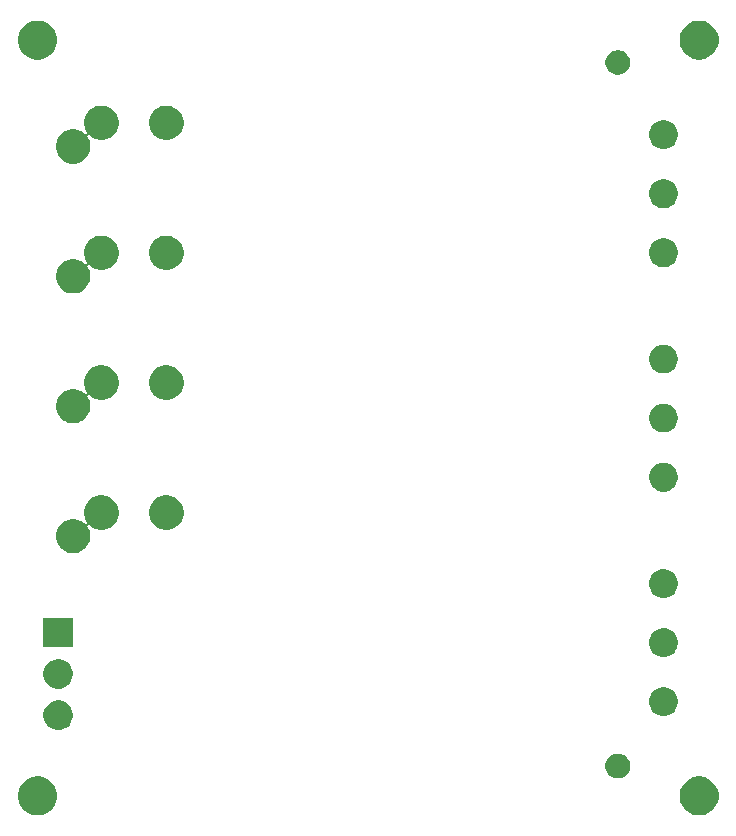
<source format=gbr>
G04 #@! TF.GenerationSoftware,KiCad,Pcbnew,5.1.5+dfsg1-2build2*
G04 #@! TF.CreationDate,2021-06-08T18:26:39-05:00*
G04 #@! TF.ProjectId,3inaudiomixer,33696e61-7564-4696-9f6d-697865722e6b,rev?*
G04 #@! TF.SameCoordinates,Original*
G04 #@! TF.FileFunction,Soldermask,Bot*
G04 #@! TF.FilePolarity,Negative*
%FSLAX46Y46*%
G04 Gerber Fmt 4.6, Leading zero omitted, Abs format (unit mm)*
G04 Created by KiCad (PCBNEW 5.1.5+dfsg1-2build2) date 2021-06-08 18:26:39*
%MOMM*%
%LPD*%
G04 APERTURE LIST*
%ADD10C,0.100000*%
G04 APERTURE END LIST*
D10*
G36*
X173363361Y-109388932D02*
G01*
X173481579Y-109412447D01*
X173782042Y-109536903D01*
X174052451Y-109717585D01*
X174282415Y-109947549D01*
X174463097Y-110217958D01*
X174587553Y-110518421D01*
X174651000Y-110837391D01*
X174651000Y-111162609D01*
X174587553Y-111481579D01*
X174463097Y-111782042D01*
X174282415Y-112052451D01*
X174052451Y-112282415D01*
X173782042Y-112463097D01*
X173481579Y-112587553D01*
X173375256Y-112608702D01*
X173162611Y-112651000D01*
X172837389Y-112651000D01*
X172624744Y-112608702D01*
X172518421Y-112587553D01*
X172217958Y-112463097D01*
X171947549Y-112282415D01*
X171717585Y-112052451D01*
X171536903Y-111782042D01*
X171412447Y-111481579D01*
X171349000Y-111162609D01*
X171349000Y-110837391D01*
X171412447Y-110518421D01*
X171536903Y-110217958D01*
X171717585Y-109947549D01*
X171947549Y-109717585D01*
X172217958Y-109536903D01*
X172518421Y-109412447D01*
X172636639Y-109388932D01*
X172837389Y-109349000D01*
X173162611Y-109349000D01*
X173363361Y-109388932D01*
G37*
G36*
X117363361Y-109388932D02*
G01*
X117481579Y-109412447D01*
X117782042Y-109536903D01*
X118052451Y-109717585D01*
X118282415Y-109947549D01*
X118463097Y-110217958D01*
X118587553Y-110518421D01*
X118651000Y-110837391D01*
X118651000Y-111162609D01*
X118587553Y-111481579D01*
X118463097Y-111782042D01*
X118282415Y-112052451D01*
X118052451Y-112282415D01*
X117782042Y-112463097D01*
X117481579Y-112587553D01*
X117375256Y-112608702D01*
X117162611Y-112651000D01*
X116837389Y-112651000D01*
X116624744Y-112608702D01*
X116518421Y-112587553D01*
X116217958Y-112463097D01*
X115947549Y-112282415D01*
X115717585Y-112052451D01*
X115536903Y-111782042D01*
X115412447Y-111481579D01*
X115349000Y-111162609D01*
X115349000Y-110837391D01*
X115412447Y-110518421D01*
X115536903Y-110217958D01*
X115717585Y-109947549D01*
X115947549Y-109717585D01*
X116217958Y-109536903D01*
X116518421Y-109412447D01*
X116636639Y-109388932D01*
X116837389Y-109349000D01*
X117162611Y-109349000D01*
X117363361Y-109388932D01*
G37*
G36*
X166422416Y-107447879D02*
G01*
X166613592Y-107527067D01*
X166613594Y-107527068D01*
X166785648Y-107642031D01*
X166931969Y-107788352D01*
X167046933Y-107960408D01*
X167126121Y-108151584D01*
X167166490Y-108354534D01*
X167166490Y-108561466D01*
X167126121Y-108764416D01*
X167046933Y-108955592D01*
X167046932Y-108955594D01*
X166931969Y-109127648D01*
X166785648Y-109273969D01*
X166613594Y-109388932D01*
X166613593Y-109388933D01*
X166613592Y-109388933D01*
X166422416Y-109468121D01*
X166219466Y-109508490D01*
X166012534Y-109508490D01*
X165809584Y-109468121D01*
X165618408Y-109388933D01*
X165618407Y-109388933D01*
X165618406Y-109388932D01*
X165446352Y-109273969D01*
X165300031Y-109127648D01*
X165185068Y-108955594D01*
X165185067Y-108955592D01*
X165105879Y-108764416D01*
X165065510Y-108561466D01*
X165065510Y-108354534D01*
X165105879Y-108151584D01*
X165185067Y-107960408D01*
X165300031Y-107788352D01*
X165446352Y-107642031D01*
X165618406Y-107527068D01*
X165618408Y-107527067D01*
X165809584Y-107447879D01*
X166012534Y-107407510D01*
X166219466Y-107407510D01*
X166422416Y-107447879D01*
G37*
G36*
X119109903Y-102952075D02*
G01*
X119337571Y-103046378D01*
X119542466Y-103183285D01*
X119716715Y-103357534D01*
X119716716Y-103357536D01*
X119853623Y-103562431D01*
X119860221Y-103578360D01*
X119947925Y-103790097D01*
X119996000Y-104031787D01*
X119996000Y-104278213D01*
X119947925Y-104519903D01*
X119853622Y-104747571D01*
X119716715Y-104952466D01*
X119542466Y-105126715D01*
X119337571Y-105263622D01*
X119337570Y-105263623D01*
X119337569Y-105263623D01*
X119109903Y-105357925D01*
X118868214Y-105406000D01*
X118621786Y-105406000D01*
X118380097Y-105357925D01*
X118152431Y-105263623D01*
X118152430Y-105263623D01*
X118152429Y-105263622D01*
X117947534Y-105126715D01*
X117773285Y-104952466D01*
X117636378Y-104747571D01*
X117542075Y-104519903D01*
X117494000Y-104278213D01*
X117494000Y-104031787D01*
X117542075Y-103790097D01*
X117629779Y-103578360D01*
X117636377Y-103562431D01*
X117773284Y-103357536D01*
X117773285Y-103357534D01*
X117947534Y-103183285D01*
X118152429Y-103046378D01*
X118380097Y-102952075D01*
X118621786Y-102904000D01*
X118868214Y-102904000D01*
X119109903Y-102952075D01*
G37*
G36*
X170356153Y-101825922D02*
G01*
X170433414Y-101857925D01*
X170578359Y-101917963D01*
X170778342Y-102051587D01*
X170948413Y-102221658D01*
X171082037Y-102421641D01*
X171174078Y-102643848D01*
X171221000Y-102879741D01*
X171221000Y-103120259D01*
X171174078Y-103356152D01*
X171082037Y-103578359D01*
X170948413Y-103778342D01*
X170778342Y-103948413D01*
X170578359Y-104082037D01*
X170448194Y-104135953D01*
X170356153Y-104174078D01*
X170120259Y-104221000D01*
X169879741Y-104221000D01*
X169643847Y-104174078D01*
X169551806Y-104135953D01*
X169421641Y-104082037D01*
X169221658Y-103948413D01*
X169051587Y-103778342D01*
X168917963Y-103578359D01*
X168825922Y-103356152D01*
X168779000Y-103120259D01*
X168779000Y-102879741D01*
X168825922Y-102643848D01*
X168917963Y-102421641D01*
X169051587Y-102221658D01*
X169221658Y-102051587D01*
X169421641Y-101917963D01*
X169566586Y-101857925D01*
X169643847Y-101825922D01*
X169879741Y-101779000D01*
X170120259Y-101779000D01*
X170356153Y-101825922D01*
G37*
G36*
X119109903Y-99452075D02*
G01*
X119337571Y-99546378D01*
X119542466Y-99683285D01*
X119716715Y-99857534D01*
X119853622Y-100062429D01*
X119947925Y-100290097D01*
X119996000Y-100531787D01*
X119996000Y-100778213D01*
X119947925Y-101019903D01*
X119853622Y-101247571D01*
X119716715Y-101452466D01*
X119542466Y-101626715D01*
X119337571Y-101763622D01*
X119337570Y-101763623D01*
X119337569Y-101763623D01*
X119109903Y-101857925D01*
X118868214Y-101906000D01*
X118621786Y-101906000D01*
X118380097Y-101857925D01*
X118152431Y-101763623D01*
X118152430Y-101763623D01*
X118152429Y-101763622D01*
X117947534Y-101626715D01*
X117773285Y-101452466D01*
X117636378Y-101247571D01*
X117542075Y-101019903D01*
X117494000Y-100778213D01*
X117494000Y-100531787D01*
X117542075Y-100290097D01*
X117636378Y-100062429D01*
X117773285Y-99857534D01*
X117947534Y-99683285D01*
X118152429Y-99546378D01*
X118380097Y-99452075D01*
X118621786Y-99404000D01*
X118868214Y-99404000D01*
X119109903Y-99452075D01*
G37*
G36*
X170238205Y-96802461D02*
G01*
X170356153Y-96825922D01*
X170448194Y-96864047D01*
X170578359Y-96917963D01*
X170778342Y-97051587D01*
X170948413Y-97221658D01*
X171082037Y-97421641D01*
X171135953Y-97551806D01*
X171174078Y-97643847D01*
X171221000Y-97879742D01*
X171221000Y-98120258D01*
X171174078Y-98356153D01*
X171135953Y-98448194D01*
X171082037Y-98578359D01*
X170948413Y-98778342D01*
X170778342Y-98948413D01*
X170578359Y-99082037D01*
X170448194Y-99135953D01*
X170356153Y-99174078D01*
X170120259Y-99221000D01*
X169879741Y-99221000D01*
X169643847Y-99174078D01*
X169551806Y-99135953D01*
X169421641Y-99082037D01*
X169221658Y-98948413D01*
X169051587Y-98778342D01*
X168917963Y-98578359D01*
X168864047Y-98448194D01*
X168825922Y-98356153D01*
X168779000Y-98120258D01*
X168779000Y-97879742D01*
X168825922Y-97643847D01*
X168864047Y-97551806D01*
X168917963Y-97421641D01*
X169051587Y-97221658D01*
X169221658Y-97051587D01*
X169421641Y-96917963D01*
X169551806Y-96864047D01*
X169643847Y-96825922D01*
X169879741Y-96779000D01*
X170120259Y-96779000D01*
X170238205Y-96802461D01*
G37*
G36*
X119996000Y-98406000D02*
G01*
X117494000Y-98406000D01*
X117494000Y-95904000D01*
X119996000Y-95904000D01*
X119996000Y-98406000D01*
G37*
G36*
X170356153Y-91825922D02*
G01*
X170448194Y-91864047D01*
X170578359Y-91917963D01*
X170778342Y-92051587D01*
X170948413Y-92221658D01*
X171082037Y-92421641D01*
X171174078Y-92643848D01*
X171221000Y-92879741D01*
X171221000Y-93120259D01*
X171174078Y-93356152D01*
X171082037Y-93578359D01*
X170948413Y-93778342D01*
X170778342Y-93948413D01*
X170578359Y-94082037D01*
X170448194Y-94135953D01*
X170356153Y-94174078D01*
X170238205Y-94197539D01*
X170120259Y-94221000D01*
X169879741Y-94221000D01*
X169761795Y-94197539D01*
X169643847Y-94174078D01*
X169551806Y-94135953D01*
X169421641Y-94082037D01*
X169221658Y-93948413D01*
X169051587Y-93778342D01*
X168917963Y-93578359D01*
X168825922Y-93356152D01*
X168779000Y-93120259D01*
X168779000Y-92879741D01*
X168825922Y-92643848D01*
X168917963Y-92421641D01*
X169051587Y-92221658D01*
X169221658Y-92051587D01*
X169421641Y-91917963D01*
X169551806Y-91864047D01*
X169643847Y-91825922D01*
X169761795Y-91802461D01*
X169879741Y-91779000D01*
X170120259Y-91779000D01*
X170356153Y-91825922D01*
G37*
G36*
X122823241Y-85604760D02*
G01*
X123087305Y-85714139D01*
X123324958Y-85872934D01*
X123527066Y-86075042D01*
X123685861Y-86312695D01*
X123795240Y-86576759D01*
X123851000Y-86857088D01*
X123851000Y-87142912D01*
X123795240Y-87423241D01*
X123685861Y-87687305D01*
X123527066Y-87924958D01*
X123324958Y-88127066D01*
X123087305Y-88285861D01*
X122823241Y-88395240D01*
X122542912Y-88451000D01*
X122257088Y-88451000D01*
X121976759Y-88395240D01*
X121712695Y-88285861D01*
X121475042Y-88127066D01*
X121428535Y-88080559D01*
X121409593Y-88065014D01*
X121387982Y-88053463D01*
X121364533Y-88046350D01*
X121340147Y-88043948D01*
X121315761Y-88046350D01*
X121292312Y-88053463D01*
X121270701Y-88065014D01*
X121251759Y-88080559D01*
X121236214Y-88099501D01*
X121224663Y-88121112D01*
X121217550Y-88144561D01*
X121215148Y-88168947D01*
X121217550Y-88193333D01*
X121224663Y-88216782D01*
X121236214Y-88238393D01*
X121285861Y-88312695D01*
X121395240Y-88576759D01*
X121451000Y-88857088D01*
X121451000Y-89142912D01*
X121395240Y-89423241D01*
X121285861Y-89687305D01*
X121127066Y-89924958D01*
X120924958Y-90127066D01*
X120687305Y-90285861D01*
X120423241Y-90395240D01*
X120142912Y-90451000D01*
X119857088Y-90451000D01*
X119576759Y-90395240D01*
X119312695Y-90285861D01*
X119075042Y-90127066D01*
X118872934Y-89924958D01*
X118714139Y-89687305D01*
X118604760Y-89423241D01*
X118549000Y-89142912D01*
X118549000Y-88857088D01*
X118604760Y-88576759D01*
X118714139Y-88312695D01*
X118872934Y-88075042D01*
X119075042Y-87872934D01*
X119312695Y-87714139D01*
X119576759Y-87604760D01*
X119857088Y-87549000D01*
X120142912Y-87549000D01*
X120423241Y-87604760D01*
X120687305Y-87714139D01*
X120924958Y-87872934D01*
X120971465Y-87919441D01*
X120990407Y-87934986D01*
X121012018Y-87946537D01*
X121035467Y-87953650D01*
X121059853Y-87956052D01*
X121084239Y-87953650D01*
X121107688Y-87946537D01*
X121129299Y-87934986D01*
X121148241Y-87919441D01*
X121163786Y-87900499D01*
X121175337Y-87878888D01*
X121182450Y-87855439D01*
X121184852Y-87831053D01*
X121182450Y-87806667D01*
X121175337Y-87783218D01*
X121163786Y-87761607D01*
X121114139Y-87687305D01*
X121004760Y-87423241D01*
X120949000Y-87142912D01*
X120949000Y-86857088D01*
X121004760Y-86576759D01*
X121114139Y-86312695D01*
X121272934Y-86075042D01*
X121475042Y-85872934D01*
X121712695Y-85714139D01*
X121976759Y-85604760D01*
X122257088Y-85549000D01*
X122542912Y-85549000D01*
X122823241Y-85604760D01*
G37*
G36*
X128323241Y-85604760D02*
G01*
X128587305Y-85714139D01*
X128824958Y-85872934D01*
X129027066Y-86075042D01*
X129185861Y-86312695D01*
X129295240Y-86576759D01*
X129351000Y-86857088D01*
X129351000Y-87142912D01*
X129295240Y-87423241D01*
X129185861Y-87687305D01*
X129027066Y-87924958D01*
X128824958Y-88127066D01*
X128587305Y-88285861D01*
X128323241Y-88395240D01*
X128042912Y-88451000D01*
X127757088Y-88451000D01*
X127476759Y-88395240D01*
X127212695Y-88285861D01*
X126975042Y-88127066D01*
X126772934Y-87924958D01*
X126614139Y-87687305D01*
X126504760Y-87423241D01*
X126449000Y-87142912D01*
X126449000Y-86857088D01*
X126504760Y-86576759D01*
X126614139Y-86312695D01*
X126772934Y-86075042D01*
X126975042Y-85872934D01*
X127212695Y-85714139D01*
X127476759Y-85604760D01*
X127757088Y-85549000D01*
X128042912Y-85549000D01*
X128323241Y-85604760D01*
G37*
G36*
X170238205Y-82802461D02*
G01*
X170356153Y-82825922D01*
X170448194Y-82864047D01*
X170578359Y-82917963D01*
X170778342Y-83051587D01*
X170948413Y-83221658D01*
X171082037Y-83421641D01*
X171174078Y-83643848D01*
X171221000Y-83879741D01*
X171221000Y-84120259D01*
X171174078Y-84356152D01*
X171082037Y-84578359D01*
X170948413Y-84778342D01*
X170778342Y-84948413D01*
X170578359Y-85082037D01*
X170448194Y-85135953D01*
X170356153Y-85174078D01*
X170120259Y-85221000D01*
X169879741Y-85221000D01*
X169643847Y-85174078D01*
X169551806Y-85135953D01*
X169421641Y-85082037D01*
X169221658Y-84948413D01*
X169051587Y-84778342D01*
X168917963Y-84578359D01*
X168825922Y-84356152D01*
X168779000Y-84120259D01*
X168779000Y-83879741D01*
X168825922Y-83643848D01*
X168917963Y-83421641D01*
X169051587Y-83221658D01*
X169221658Y-83051587D01*
X169421641Y-82917963D01*
X169551806Y-82864047D01*
X169643847Y-82825922D01*
X169879741Y-82779000D01*
X170120259Y-82779000D01*
X170238205Y-82802461D01*
G37*
G36*
X170238205Y-77802461D02*
G01*
X170356153Y-77825922D01*
X170431394Y-77857088D01*
X170578359Y-77917963D01*
X170778342Y-78051587D01*
X170948413Y-78221658D01*
X171082037Y-78421641D01*
X171174078Y-78643848D01*
X171221000Y-78879741D01*
X171221000Y-79120259D01*
X171174078Y-79356152D01*
X171082037Y-79578359D01*
X170948413Y-79778342D01*
X170778342Y-79948413D01*
X170578359Y-80082037D01*
X170448194Y-80135953D01*
X170356153Y-80174078D01*
X170238205Y-80197539D01*
X170120259Y-80221000D01*
X169879741Y-80221000D01*
X169761795Y-80197539D01*
X169643847Y-80174078D01*
X169551806Y-80135953D01*
X169421641Y-80082037D01*
X169221658Y-79948413D01*
X169051587Y-79778342D01*
X168917963Y-79578359D01*
X168825922Y-79356152D01*
X168779000Y-79120259D01*
X168779000Y-78879741D01*
X168825922Y-78643848D01*
X168917963Y-78421641D01*
X169051587Y-78221658D01*
X169221658Y-78051587D01*
X169421641Y-77917963D01*
X169568606Y-77857088D01*
X169643847Y-77825922D01*
X169761795Y-77802461D01*
X169879741Y-77779000D01*
X170120259Y-77779000D01*
X170238205Y-77802461D01*
G37*
G36*
X122823241Y-74604760D02*
G01*
X123087305Y-74714139D01*
X123324958Y-74872934D01*
X123527066Y-75075042D01*
X123685861Y-75312695D01*
X123795240Y-75576759D01*
X123851000Y-75857088D01*
X123851000Y-76142912D01*
X123795240Y-76423241D01*
X123685861Y-76687305D01*
X123527066Y-76924958D01*
X123324958Y-77127066D01*
X123087305Y-77285861D01*
X122823241Y-77395240D01*
X122542912Y-77451000D01*
X122257088Y-77451000D01*
X121976759Y-77395240D01*
X121712695Y-77285861D01*
X121475042Y-77127066D01*
X121428535Y-77080559D01*
X121409593Y-77065014D01*
X121387982Y-77053463D01*
X121364533Y-77046350D01*
X121340147Y-77043948D01*
X121315761Y-77046350D01*
X121292312Y-77053463D01*
X121270701Y-77065014D01*
X121251759Y-77080559D01*
X121236214Y-77099501D01*
X121224663Y-77121112D01*
X121217550Y-77144561D01*
X121215148Y-77168947D01*
X121217550Y-77193333D01*
X121224663Y-77216782D01*
X121236214Y-77238393D01*
X121285861Y-77312695D01*
X121395240Y-77576759D01*
X121451000Y-77857088D01*
X121451000Y-78142912D01*
X121395240Y-78423241D01*
X121285861Y-78687305D01*
X121127066Y-78924958D01*
X120924958Y-79127066D01*
X120687305Y-79285861D01*
X120423241Y-79395240D01*
X120142912Y-79451000D01*
X119857088Y-79451000D01*
X119576759Y-79395240D01*
X119312695Y-79285861D01*
X119075042Y-79127066D01*
X118872934Y-78924958D01*
X118714139Y-78687305D01*
X118604760Y-78423241D01*
X118549000Y-78142912D01*
X118549000Y-77857088D01*
X118604760Y-77576759D01*
X118714139Y-77312695D01*
X118872934Y-77075042D01*
X119075042Y-76872934D01*
X119312695Y-76714139D01*
X119576759Y-76604760D01*
X119857088Y-76549000D01*
X120142912Y-76549000D01*
X120423241Y-76604760D01*
X120687305Y-76714139D01*
X120924958Y-76872934D01*
X120971465Y-76919441D01*
X120990407Y-76934986D01*
X121012018Y-76946537D01*
X121035467Y-76953650D01*
X121059853Y-76956052D01*
X121084239Y-76953650D01*
X121107688Y-76946537D01*
X121129299Y-76934986D01*
X121148241Y-76919441D01*
X121163786Y-76900499D01*
X121175337Y-76878888D01*
X121182450Y-76855439D01*
X121184852Y-76831053D01*
X121182450Y-76806667D01*
X121175337Y-76783218D01*
X121163786Y-76761607D01*
X121114139Y-76687305D01*
X121004760Y-76423241D01*
X120949000Y-76142912D01*
X120949000Y-75857088D01*
X121004760Y-75576759D01*
X121114139Y-75312695D01*
X121272934Y-75075042D01*
X121475042Y-74872934D01*
X121712695Y-74714139D01*
X121976759Y-74604760D01*
X122257088Y-74549000D01*
X122542912Y-74549000D01*
X122823241Y-74604760D01*
G37*
G36*
X128323241Y-74604760D02*
G01*
X128587305Y-74714139D01*
X128824958Y-74872934D01*
X129027066Y-75075042D01*
X129185861Y-75312695D01*
X129295240Y-75576759D01*
X129351000Y-75857088D01*
X129351000Y-76142912D01*
X129295240Y-76423241D01*
X129185861Y-76687305D01*
X129027066Y-76924958D01*
X128824958Y-77127066D01*
X128587305Y-77285861D01*
X128323241Y-77395240D01*
X128042912Y-77451000D01*
X127757088Y-77451000D01*
X127476759Y-77395240D01*
X127212695Y-77285861D01*
X126975042Y-77127066D01*
X126772934Y-76924958D01*
X126614139Y-76687305D01*
X126504760Y-76423241D01*
X126449000Y-76142912D01*
X126449000Y-75857088D01*
X126504760Y-75576759D01*
X126614139Y-75312695D01*
X126772934Y-75075042D01*
X126975042Y-74872934D01*
X127212695Y-74714139D01*
X127476759Y-74604760D01*
X127757088Y-74549000D01*
X128042912Y-74549000D01*
X128323241Y-74604760D01*
G37*
G36*
X170356153Y-72825922D02*
G01*
X170448194Y-72864047D01*
X170578359Y-72917963D01*
X170778342Y-73051587D01*
X170948413Y-73221658D01*
X171082037Y-73421641D01*
X171174078Y-73643848D01*
X171221000Y-73879741D01*
X171221000Y-74120259D01*
X171174078Y-74356152D01*
X171082037Y-74578359D01*
X170948413Y-74778342D01*
X170778342Y-74948413D01*
X170578359Y-75082037D01*
X170448194Y-75135953D01*
X170356153Y-75174078D01*
X170120259Y-75221000D01*
X169879741Y-75221000D01*
X169643847Y-75174078D01*
X169551806Y-75135953D01*
X169421641Y-75082037D01*
X169221658Y-74948413D01*
X169051587Y-74778342D01*
X168917963Y-74578359D01*
X168825922Y-74356152D01*
X168779000Y-74120259D01*
X168779000Y-73879741D01*
X168825922Y-73643848D01*
X168917963Y-73421641D01*
X169051587Y-73221658D01*
X169221658Y-73051587D01*
X169421641Y-72917963D01*
X169551806Y-72864047D01*
X169643847Y-72825922D01*
X169879741Y-72779000D01*
X170120259Y-72779000D01*
X170356153Y-72825922D01*
G37*
G36*
X122823241Y-63604760D02*
G01*
X123087305Y-63714139D01*
X123324958Y-63872934D01*
X123527066Y-64075042D01*
X123685861Y-64312695D01*
X123795240Y-64576759D01*
X123851000Y-64857088D01*
X123851000Y-65142912D01*
X123795240Y-65423241D01*
X123685861Y-65687305D01*
X123527066Y-65924958D01*
X123324958Y-66127066D01*
X123087305Y-66285861D01*
X122823241Y-66395240D01*
X122542912Y-66451000D01*
X122257088Y-66451000D01*
X121976759Y-66395240D01*
X121712695Y-66285861D01*
X121475042Y-66127066D01*
X121428535Y-66080559D01*
X121409593Y-66065014D01*
X121387982Y-66053463D01*
X121364533Y-66046350D01*
X121340147Y-66043948D01*
X121315761Y-66046350D01*
X121292312Y-66053463D01*
X121270701Y-66065014D01*
X121251759Y-66080559D01*
X121236214Y-66099501D01*
X121224663Y-66121112D01*
X121217550Y-66144561D01*
X121215148Y-66168947D01*
X121217550Y-66193333D01*
X121224663Y-66216782D01*
X121236214Y-66238393D01*
X121285861Y-66312695D01*
X121395240Y-66576759D01*
X121451000Y-66857088D01*
X121451000Y-67142912D01*
X121395240Y-67423241D01*
X121285861Y-67687305D01*
X121127066Y-67924958D01*
X120924958Y-68127066D01*
X120687305Y-68285861D01*
X120423241Y-68395240D01*
X120142912Y-68451000D01*
X119857088Y-68451000D01*
X119576759Y-68395240D01*
X119312695Y-68285861D01*
X119075042Y-68127066D01*
X118872934Y-67924958D01*
X118714139Y-67687305D01*
X118604760Y-67423241D01*
X118549000Y-67142912D01*
X118549000Y-66857088D01*
X118604760Y-66576759D01*
X118714139Y-66312695D01*
X118872934Y-66075042D01*
X119075042Y-65872934D01*
X119312695Y-65714139D01*
X119576759Y-65604760D01*
X119857088Y-65549000D01*
X120142912Y-65549000D01*
X120423241Y-65604760D01*
X120687305Y-65714139D01*
X120924958Y-65872934D01*
X120971465Y-65919441D01*
X120990407Y-65934986D01*
X121012018Y-65946537D01*
X121035467Y-65953650D01*
X121059853Y-65956052D01*
X121084239Y-65953650D01*
X121107688Y-65946537D01*
X121129299Y-65934986D01*
X121148241Y-65919441D01*
X121163786Y-65900499D01*
X121175337Y-65878888D01*
X121182450Y-65855439D01*
X121184852Y-65831053D01*
X121182450Y-65806667D01*
X121175337Y-65783218D01*
X121163786Y-65761607D01*
X121114139Y-65687305D01*
X121004760Y-65423241D01*
X120949000Y-65142912D01*
X120949000Y-64857088D01*
X121004760Y-64576759D01*
X121114139Y-64312695D01*
X121272934Y-64075042D01*
X121475042Y-63872934D01*
X121712695Y-63714139D01*
X121976759Y-63604760D01*
X122257088Y-63549000D01*
X122542912Y-63549000D01*
X122823241Y-63604760D01*
G37*
G36*
X128323241Y-63604760D02*
G01*
X128587305Y-63714139D01*
X128824958Y-63872934D01*
X129027066Y-64075042D01*
X129185861Y-64312695D01*
X129295240Y-64576759D01*
X129351000Y-64857088D01*
X129351000Y-65142912D01*
X129295240Y-65423241D01*
X129185861Y-65687305D01*
X129027066Y-65924958D01*
X128824958Y-66127066D01*
X128587305Y-66285861D01*
X128323241Y-66395240D01*
X128042912Y-66451000D01*
X127757088Y-66451000D01*
X127476759Y-66395240D01*
X127212695Y-66285861D01*
X126975042Y-66127066D01*
X126772934Y-65924958D01*
X126614139Y-65687305D01*
X126504760Y-65423241D01*
X126449000Y-65142912D01*
X126449000Y-64857088D01*
X126504760Y-64576759D01*
X126614139Y-64312695D01*
X126772934Y-64075042D01*
X126975042Y-63872934D01*
X127212695Y-63714139D01*
X127476759Y-63604760D01*
X127757088Y-63549000D01*
X128042912Y-63549000D01*
X128323241Y-63604760D01*
G37*
G36*
X170356153Y-63825922D02*
G01*
X170448194Y-63864047D01*
X170578359Y-63917963D01*
X170778342Y-64051587D01*
X170948413Y-64221658D01*
X171082037Y-64421641D01*
X171174078Y-64643848D01*
X171221000Y-64879741D01*
X171221000Y-65120259D01*
X171174078Y-65356152D01*
X171082037Y-65578359D01*
X170948413Y-65778342D01*
X170778342Y-65948413D01*
X170578359Y-66082037D01*
X170469649Y-66127066D01*
X170356153Y-66174078D01*
X170259351Y-66193333D01*
X170120259Y-66221000D01*
X169879741Y-66221000D01*
X169740649Y-66193333D01*
X169643847Y-66174078D01*
X169530351Y-66127066D01*
X169421641Y-66082037D01*
X169221658Y-65948413D01*
X169051587Y-65778342D01*
X168917963Y-65578359D01*
X168825922Y-65356152D01*
X168779000Y-65120259D01*
X168779000Y-64879741D01*
X168825922Y-64643848D01*
X168917963Y-64421641D01*
X169051587Y-64221658D01*
X169221658Y-64051587D01*
X169421641Y-63917963D01*
X169551806Y-63864047D01*
X169643847Y-63825922D01*
X169879741Y-63779000D01*
X170120259Y-63779000D01*
X170356153Y-63825922D01*
G37*
G36*
X170356153Y-58825922D02*
G01*
X170448194Y-58864047D01*
X170578359Y-58917963D01*
X170778342Y-59051587D01*
X170948413Y-59221658D01*
X171082037Y-59421641D01*
X171174078Y-59643848D01*
X171221000Y-59879741D01*
X171221000Y-60120259D01*
X171174078Y-60356152D01*
X171082037Y-60578359D01*
X170948413Y-60778342D01*
X170778342Y-60948413D01*
X170578359Y-61082037D01*
X170448194Y-61135953D01*
X170356153Y-61174078D01*
X170238205Y-61197539D01*
X170120259Y-61221000D01*
X169879741Y-61221000D01*
X169761795Y-61197539D01*
X169643847Y-61174078D01*
X169551806Y-61135953D01*
X169421641Y-61082037D01*
X169221658Y-60948413D01*
X169051587Y-60778342D01*
X168917963Y-60578359D01*
X168825922Y-60356152D01*
X168779000Y-60120259D01*
X168779000Y-59879741D01*
X168825922Y-59643848D01*
X168917963Y-59421641D01*
X169051587Y-59221658D01*
X169221658Y-59051587D01*
X169421641Y-58917963D01*
X169551806Y-58864047D01*
X169643847Y-58825922D01*
X169879741Y-58779000D01*
X170120259Y-58779000D01*
X170356153Y-58825922D01*
G37*
G36*
X122823241Y-52604760D02*
G01*
X123087305Y-52714139D01*
X123324958Y-52872934D01*
X123527066Y-53075042D01*
X123685861Y-53312695D01*
X123795240Y-53576759D01*
X123851000Y-53857088D01*
X123851000Y-54142912D01*
X123795240Y-54423241D01*
X123685861Y-54687305D01*
X123527066Y-54924958D01*
X123324958Y-55127066D01*
X123087305Y-55285861D01*
X122823241Y-55395240D01*
X122542912Y-55451000D01*
X122257088Y-55451000D01*
X121976759Y-55395240D01*
X121712695Y-55285861D01*
X121475042Y-55127066D01*
X121428535Y-55080559D01*
X121409593Y-55065014D01*
X121387982Y-55053463D01*
X121364533Y-55046350D01*
X121340147Y-55043948D01*
X121315761Y-55046350D01*
X121292312Y-55053463D01*
X121270701Y-55065014D01*
X121251759Y-55080559D01*
X121236214Y-55099501D01*
X121224663Y-55121112D01*
X121217550Y-55144561D01*
X121215148Y-55168947D01*
X121217550Y-55193333D01*
X121224663Y-55216782D01*
X121236214Y-55238393D01*
X121285861Y-55312695D01*
X121395240Y-55576759D01*
X121451000Y-55857088D01*
X121451000Y-56142912D01*
X121395240Y-56423241D01*
X121285861Y-56687305D01*
X121127066Y-56924958D01*
X120924958Y-57127066D01*
X120687305Y-57285861D01*
X120423241Y-57395240D01*
X120142912Y-57451000D01*
X119857088Y-57451000D01*
X119576759Y-57395240D01*
X119312695Y-57285861D01*
X119075042Y-57127066D01*
X118872934Y-56924958D01*
X118714139Y-56687305D01*
X118604760Y-56423241D01*
X118549000Y-56142912D01*
X118549000Y-55857088D01*
X118604760Y-55576759D01*
X118714139Y-55312695D01*
X118872934Y-55075042D01*
X119075042Y-54872934D01*
X119312695Y-54714139D01*
X119576759Y-54604760D01*
X119857088Y-54549000D01*
X120142912Y-54549000D01*
X120423241Y-54604760D01*
X120687305Y-54714139D01*
X120924958Y-54872934D01*
X120971465Y-54919441D01*
X120990407Y-54934986D01*
X121012018Y-54946537D01*
X121035467Y-54953650D01*
X121059853Y-54956052D01*
X121084239Y-54953650D01*
X121107688Y-54946537D01*
X121129299Y-54934986D01*
X121148241Y-54919441D01*
X121163786Y-54900499D01*
X121175337Y-54878888D01*
X121182450Y-54855439D01*
X121184852Y-54831053D01*
X121182450Y-54806667D01*
X121175337Y-54783218D01*
X121163786Y-54761607D01*
X121114139Y-54687305D01*
X121004760Y-54423241D01*
X120949000Y-54142912D01*
X120949000Y-53857088D01*
X121004760Y-53576759D01*
X121114139Y-53312695D01*
X121272934Y-53075042D01*
X121475042Y-52872934D01*
X121712695Y-52714139D01*
X121976759Y-52604760D01*
X122257088Y-52549000D01*
X122542912Y-52549000D01*
X122823241Y-52604760D01*
G37*
G36*
X170356153Y-53825922D02*
G01*
X170431394Y-53857088D01*
X170578359Y-53917963D01*
X170778342Y-54051587D01*
X170948413Y-54221658D01*
X171082037Y-54421641D01*
X171174078Y-54643848D01*
X171221000Y-54879741D01*
X171221000Y-55120259D01*
X171174078Y-55356152D01*
X171082037Y-55578359D01*
X170948413Y-55778342D01*
X170778342Y-55948413D01*
X170578359Y-56082037D01*
X170448194Y-56135953D01*
X170356153Y-56174078D01*
X170238205Y-56197539D01*
X170120259Y-56221000D01*
X169879741Y-56221000D01*
X169761795Y-56197539D01*
X169643847Y-56174078D01*
X169551806Y-56135953D01*
X169421641Y-56082037D01*
X169221658Y-55948413D01*
X169051587Y-55778342D01*
X168917963Y-55578359D01*
X168825922Y-55356152D01*
X168779000Y-55120259D01*
X168779000Y-54879741D01*
X168825922Y-54643848D01*
X168917963Y-54421641D01*
X169051587Y-54221658D01*
X169221658Y-54051587D01*
X169421641Y-53917963D01*
X169568606Y-53857088D01*
X169643847Y-53825922D01*
X169879741Y-53779000D01*
X170120259Y-53779000D01*
X170356153Y-53825922D01*
G37*
G36*
X128323241Y-52604760D02*
G01*
X128587305Y-52714139D01*
X128824958Y-52872934D01*
X129027066Y-53075042D01*
X129185861Y-53312695D01*
X129295240Y-53576759D01*
X129351000Y-53857088D01*
X129351000Y-54142912D01*
X129295240Y-54423241D01*
X129185861Y-54687305D01*
X129027066Y-54924958D01*
X128824958Y-55127066D01*
X128587305Y-55285861D01*
X128323241Y-55395240D01*
X128042912Y-55451000D01*
X127757088Y-55451000D01*
X127476759Y-55395240D01*
X127212695Y-55285861D01*
X126975042Y-55127066D01*
X126772934Y-54924958D01*
X126614139Y-54687305D01*
X126504760Y-54423241D01*
X126449000Y-54142912D01*
X126449000Y-53857088D01*
X126504760Y-53576759D01*
X126614139Y-53312695D01*
X126772934Y-53075042D01*
X126975042Y-52872934D01*
X127212695Y-52714139D01*
X127476759Y-52604760D01*
X127757088Y-52549000D01*
X128042912Y-52549000D01*
X128323241Y-52604760D01*
G37*
G36*
X166422416Y-47884879D02*
G01*
X166613592Y-47964067D01*
X166613594Y-47964068D01*
X166745865Y-48052449D01*
X166785648Y-48079031D01*
X166931969Y-48225352D01*
X167046933Y-48397408D01*
X167126121Y-48588584D01*
X167166490Y-48791534D01*
X167166490Y-48998466D01*
X167126121Y-49201416D01*
X167046933Y-49392592D01*
X167046932Y-49392594D01*
X166931969Y-49564648D01*
X166785648Y-49710969D01*
X166613594Y-49825932D01*
X166613593Y-49825933D01*
X166613592Y-49825933D01*
X166422416Y-49905121D01*
X166219466Y-49945490D01*
X166012534Y-49945490D01*
X165809584Y-49905121D01*
X165618408Y-49825933D01*
X165618407Y-49825933D01*
X165618406Y-49825932D01*
X165446352Y-49710969D01*
X165300031Y-49564648D01*
X165185068Y-49392594D01*
X165185067Y-49392592D01*
X165105879Y-49201416D01*
X165065510Y-48998466D01*
X165065510Y-48791534D01*
X165105879Y-48588584D01*
X165185067Y-48397408D01*
X165300031Y-48225352D01*
X165446352Y-48079031D01*
X165486135Y-48052449D01*
X165618406Y-47964068D01*
X165618408Y-47964067D01*
X165809584Y-47884879D01*
X166012534Y-47844510D01*
X166219466Y-47844510D01*
X166422416Y-47884879D01*
G37*
G36*
X173375256Y-45391298D02*
G01*
X173481579Y-45412447D01*
X173782042Y-45536903D01*
X174052451Y-45717585D01*
X174282415Y-45947549D01*
X174463097Y-46217958D01*
X174587553Y-46518421D01*
X174651000Y-46837391D01*
X174651000Y-47162609D01*
X174587553Y-47481579D01*
X174463097Y-47782042D01*
X174282415Y-48052451D01*
X174052451Y-48282415D01*
X173782042Y-48463097D01*
X173481579Y-48587553D01*
X173375256Y-48608702D01*
X173162611Y-48651000D01*
X172837389Y-48651000D01*
X172624744Y-48608702D01*
X172518421Y-48587553D01*
X172217958Y-48463097D01*
X171947549Y-48282415D01*
X171717585Y-48052451D01*
X171536903Y-47782042D01*
X171412447Y-47481579D01*
X171349000Y-47162609D01*
X171349000Y-46837391D01*
X171412447Y-46518421D01*
X171536903Y-46217958D01*
X171717585Y-45947549D01*
X171947549Y-45717585D01*
X172217958Y-45536903D01*
X172518421Y-45412447D01*
X172624744Y-45391298D01*
X172837389Y-45349000D01*
X173162611Y-45349000D01*
X173375256Y-45391298D01*
G37*
G36*
X117375256Y-45391298D02*
G01*
X117481579Y-45412447D01*
X117782042Y-45536903D01*
X118052451Y-45717585D01*
X118282415Y-45947549D01*
X118463097Y-46217958D01*
X118587553Y-46518421D01*
X118651000Y-46837391D01*
X118651000Y-47162609D01*
X118587553Y-47481579D01*
X118463097Y-47782042D01*
X118282415Y-48052451D01*
X118052451Y-48282415D01*
X117782042Y-48463097D01*
X117481579Y-48587553D01*
X117375256Y-48608702D01*
X117162611Y-48651000D01*
X116837389Y-48651000D01*
X116624744Y-48608702D01*
X116518421Y-48587553D01*
X116217958Y-48463097D01*
X115947549Y-48282415D01*
X115717585Y-48052451D01*
X115536903Y-47782042D01*
X115412447Y-47481579D01*
X115349000Y-47162609D01*
X115349000Y-46837391D01*
X115412447Y-46518421D01*
X115536903Y-46217958D01*
X115717585Y-45947549D01*
X115947549Y-45717585D01*
X116217958Y-45536903D01*
X116518421Y-45412447D01*
X116624744Y-45391298D01*
X116837389Y-45349000D01*
X117162611Y-45349000D01*
X117375256Y-45391298D01*
G37*
M02*

</source>
